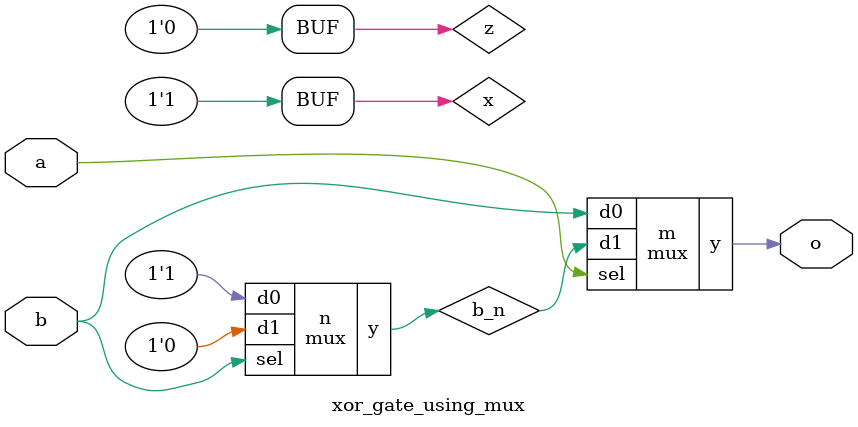
<source format=sv>

module mux
(
  input  d0, d1,
  input  sel,
  output y
);

  assign y = sel ? d1 : d0;

endmodule

//----------------------------------------------------------------------------
// Task
//----------------------------------------------------------------------------

module xor_gate_using_mux
(
    input  a,
    input  b,
    output o
);

wire z = 0;
wire x = 1;
wire b_n;

mux n (
  .d0 (x),
  .d1 (z), 
  .sel (b),
  .y (b_n)
  );

mux m (
  .d0 (b),
  .d1 (b_n), 
  .sel (a), 
  .y (o)
  ); 



endmodule

</source>
